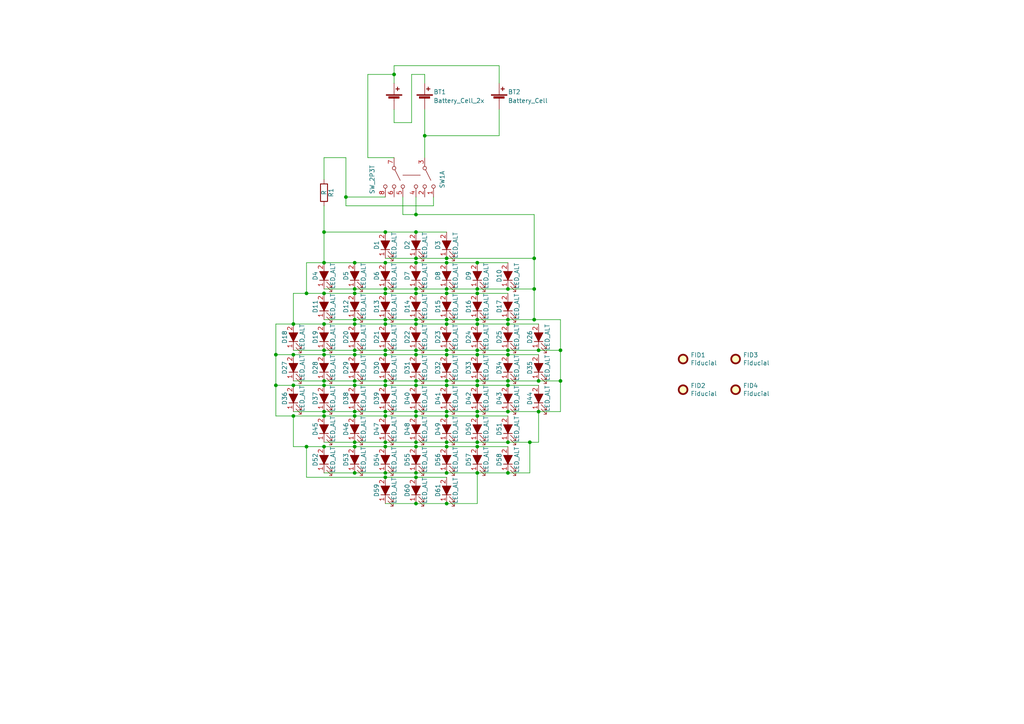
<source format=kicad_sch>
(kicad_sch (version 20211123) (generator eeschema)
  (paper "A4")
  (lib_symbols
    (symbol "BitBadge-rescue:Battery_Cell" (pin_numbers hide) (pin_names (offset 0) hide)
      (property "Reference" "BT" (at 2.54 2.54 0))
      (property "Value" "Battery_Cell" (at 2.54 0 0))
      (symbol "Battery_Cell_0_1"
        (rectangle (start -2.286 1.778) (end 2.286 1.524) (fill (type outline)))
        (rectangle (start -1.5748 1.1938) (end 1.4732 0.6858) (fill (type outline)))
        (polyline (pts (xy 0 0.762) (xy 0 0)))
        (polyline (pts (xy 0 1.778) (xy 0 2.54)))
        (polyline (pts (xy 0.508 3.429) (xy 1.524 3.429)) (stroke (width 0.254)))
        (polyline (pts (xy 1.016 3.937) (xy 1.016 2.921)) (stroke (width 0.254)))
      )
      (symbol "Battery_Cell_1_1"
        (pin passive line (at 0 5.08 270) (length 2.54) (name "+") (number "1"))
        (pin passive line (at 0 -2.54 90) (length 2.54) (name "-") (number "2"))
      )
    )
    (symbol "BitBadge-rescue:LED_ALT" (pin_names (offset 1.016) hide)
      (property "Reference" "D" (at 0 2.54 0))
      (property "Value" "LED_ALT" (at 0 -2.54 0))
      (symbol "LED_ALT_0_1"
        (polyline (pts (xy -1.27 -1.27) (xy -1.27 1.27)) (stroke (width 0.2032)))
        (polyline (pts (xy -1.27 0) (xy 1.27 0)))
        (polyline (pts (xy 1.27 -1.27) (xy 1.27 1.27) (xy -1.27 0) (xy 1.27 -1.27)) (stroke (width 0.2032)) (fill (type outline)))
        (polyline (pts (xy -3.048 -0.762) (xy -4.572 -2.286) (xy -3.81 -2.286) (xy -4.572 -2.286) (xy -4.572 -1.524)))
        (polyline (pts (xy -1.778 -0.762) (xy -3.302 -2.286) (xy -2.54 -2.286) (xy -3.302 -2.286) (xy -3.302 -1.524)))
      )
      (symbol "LED_ALT_1_1"
        (pin passive line (at -3.81 0 0) (length 2.54) (name "K") (number "1"))
        (pin passive line (at 3.81 0 180) (length 2.54) (name "A") (number "2"))
      )
    )
    (symbol "BitBadge-rescue:R" (pin_numbers hide) (pin_names (offset 0))
      (property "Reference" "R" (at 2.032 0 90))
      (property "Value" "R" (at 0 0 90))
      (symbol "R_0_1"
        (rectangle (start -1.016 -2.54) (end 1.016 2.54) (stroke (width 0.254)))
      )
      (symbol "R_1_1"
        (pin passive line (at 0 3.81 270) (length 1.27) (name "~") (number "1"))
        (pin passive line (at 0 -3.81 90) (length 1.27) (name "~") (number "2"))
      )
    )
    (symbol "GaudiLabsPartsLibrary:Battery_Cell_2x" (pin_numbers hide) (pin_names (offset 0) hide)
      (property "Reference" "BT" (at 2.54 2.54 0))
      (property "Value" "Battery_Cell_2x" (at 2.54 0 0))
      (symbol "Battery_Cell_2x_0_1"
        (rectangle (start -11.176 1.778) (end -6.604 1.524) (fill (type outline)))
        (rectangle (start -10.4648 1.1938) (end -7.4168 0.6858) (fill (type outline)))
        (rectangle (start -2.286 1.778) (end 2.286 1.524) (fill (type outline)))
        (rectangle (start -1.5748 1.1938) (end 1.4732 0.6858) (fill (type outline)))
        (polyline (pts (xy -8.89 0.762) (xy -8.89 0)))
        (polyline (pts (xy -8.89 1.778) (xy -8.89 2.54)))
        (polyline (pts (xy -8.382 3.429) (xy -7.366 3.429)) (stroke (width 0.254)))
        (polyline (pts (xy -7.874 3.937) (xy -7.874 2.921)) (stroke (width 0.254)))
        (polyline (pts (xy 0 0.762) (xy 0 0)))
        (polyline (pts (xy 0 1.778) (xy 0 2.54)))
        (polyline (pts (xy 0.508 3.429) (xy 1.524 3.429)) (stroke (width 0.254)))
        (polyline (pts (xy 1.016 3.937) (xy 1.016 2.921)) (stroke (width 0.254)))
      )
      (symbol "Battery_Cell_2x_1_1"
        (pin passive line (at -8.89 5.08 270) (length 2.54) (name "+") (number "1"))
        (pin passive line (at -8.89 -2.54 90) (length 2.54) (name "-") (number "2"))
        (pin passive line (at 0 5.08 270) (length 2.54) (name "+") (number "3"))
        (pin passive line (at 0 -2.54 90) (length 2.54) (name "-") (number "4"))
      )
    )
    (symbol "GaudiLabsPartsLibrary:SW_2P3T" (pin_names (offset 0) hide)
      (property "Reference" "SW" (at 1.27 12.7 0))
      (property "Value" "SW_2P3T" (at 1.27 -7.62 0))
      (symbol "SW_2P3T_0_0"
        (circle (center -2.032 -1.27) (radius 0.508))
        (circle (center -2.032 7.62) (radius 0.508))
        (polyline (pts (xy -1.524 -1.016) (xy 1.524 0.508)))
        (polyline (pts (xy -1.524 7.874) (xy 1.524 9.398)))
        (circle (center 3.302 -3.81) (radius 0.508))
        (circle (center 3.302 -1.27) (radius 0.508))
        (circle (center 3.302 1.27) (radius 0.508))
        (circle (center 3.302 5.08) (radius 0.508))
        (circle (center 3.302 7.62) (radius 0.508))
        (circle (center 3.302 10.16) (radius 0.508))
      )
      (symbol "SW_2P3T_0_1"
        (polyline (pts (xy 0 6.35) (xy 0 1.27)))
      )
      (symbol "SW_2P3T_1_1"
        (pin passive line (at 6.35 10.16 180) (length 2.54) (name "1") (number "1"))
        (pin passive line (at 6.35 7.62 180) (length 2.54) (name "B") (number "2"))
        (pin passive line (at -5.08 7.62 0) (length 2.54) (name "3") (number "3"))
        (pin passive line (at 6.35 5.08 180) (length 2.54) (name "4") (number "4"))
        (pin passive line (at 6.35 1.27 180) (length 2.54) (name "5") (number "5"))
        (pin passive line (at 6.35 -1.27 180) (length 2.54) (name "6") (number "6"))
        (pin passive line (at -5.08 -1.27 0) (length 2.54) (name "7") (number "7"))
        (pin passive line (at 6.35 -3.81 180) (length 2.54) (name "8") (number "8"))
      )
      (symbol "SW_2P3T_2_1"
        (pin passive line (at -5.08 7.62 0) (length 2.54) (name "3") (number "3"))
        (pin passive line (at -5.08 -1.27 0) (length 2.54) (name "7") (number "3"))
        (pin passive line (at 6.35 10.16 180) (length 2.54) (name "1") (number "4"))
        (pin passive line (at 6.35 5.08 180) (length 2.54) (name "4") (number "4"))
        (pin passive line (at 6.35 1.27 180) (length 2.54) (name "5") (number "4"))
        (pin passive line (at 6.35 -1.27 180) (length 2.54) (name "6") (number "4"))
        (pin passive line (at 6.35 -3.81 180) (length 2.54) (name "8") (number "4"))
        (pin input line (at 6.35 7.62 180) (length 2.54) (name "B") (number "4"))
      )
    )
    (symbol "Mechanical:Fiducial"
      (property "Reference" "FID" (at 0 5.08 0))
      (property "Value" "Fiducial" (at 0 3.175 0))
      (symbol "Fiducial_0_1"
        (circle (center 0 0) (radius 1.27) (stroke (width 0.508)) (fill (type background)))
      )
    )
  )
  (junction (at 120.65 137.16))
  (junction (at 120.65 120.65))
  (junction (at 156.21 119.38))
  (junction (at 154.94 74.93))
  (junction (at 111.76 138.43))
  (junction (at 138.43 93.98))
  (junction (at 129.54 120.65))
  (junction (at 100.33 57.15))
  (junction (at 138.43 101.6))
  (junction (at 93.98 110.49))
  (junction (at 147.32 110.49))
  (junction (at 138.43 76.2))
  (junction (at 120.65 74.93))
  (junction (at 138.43 83.82))
  (junction (at 93.98 67.31))
  (junction (at 102.87 128.27))
  (junction (at 138.43 92.71))
  (junction (at 120.65 62.23))
  (junction (at 120.65 93.98))
  (junction (at 85.09 111.76))
  (junction (at 88.9 85.09))
  (junction (at 85.09 120.65))
  (junction (at 120.65 128.27))
  (junction (at 102.87 85.09))
  (junction (at 147.32 102.87))
  (junction (at 138.43 110.49))
  (junction (at 120.65 110.49))
  (junction (at 129.54 74.93))
  (junction (at 138.43 137.16))
  (junction (at 88.9 129.54))
  (junction (at 147.32 111.76))
  (junction (at 93.98 93.98))
  (junction (at 138.43 120.65))
  (junction (at 120.65 76.2))
  (junction (at 129.54 85.09))
  (junction (at 138.43 85.09))
  (junction (at 111.76 128.27))
  (junction (at 93.98 111.76))
  (junction (at 111.76 137.16))
  (junction (at 129.54 128.27))
  (junction (at 120.65 85.09))
  (junction (at 111.76 111.76))
  (junction (at 93.98 119.38))
  (junction (at 154.94 92.71))
  (junction (at 85.09 102.87))
  (junction (at 120.65 129.54))
  (junction (at 147.32 137.16))
  (junction (at 129.54 101.6))
  (junction (at 138.43 128.27))
  (junction (at 93.98 120.65))
  (junction (at 93.98 76.2))
  (junction (at 93.98 102.87))
  (junction (at 138.43 111.76))
  (junction (at 138.43 129.54))
  (junction (at 102.87 119.38))
  (junction (at 102.87 110.49))
  (junction (at 120.65 119.38))
  (junction (at 120.65 146.05))
  (junction (at 102.87 83.82))
  (junction (at 129.54 92.71))
  (junction (at 120.65 67.31))
  (junction (at 120.65 102.87))
  (junction (at 156.21 101.6))
  (junction (at 111.76 67.31))
  (junction (at 147.32 93.98))
  (junction (at 162.56 101.6))
  (junction (at 120.65 92.71))
  (junction (at 156.21 110.49))
  (junction (at 102.87 92.71))
  (junction (at 154.94 83.82))
  (junction (at 102.87 76.2))
  (junction (at 80.01 102.87))
  (junction (at 129.54 76.2))
  (junction (at 162.56 110.49))
  (junction (at 123.19 39.37))
  (junction (at 114.3 21.59))
  (junction (at 111.76 129.54))
  (junction (at 111.76 83.82))
  (junction (at 102.87 120.65))
  (junction (at 147.32 92.71))
  (junction (at 120.65 83.82))
  (junction (at 147.32 119.38))
  (junction (at 93.98 129.54))
  (junction (at 85.09 93.98))
  (junction (at 102.87 102.87))
  (junction (at 111.76 85.09))
  (junction (at 129.54 129.54))
  (junction (at 147.32 128.27))
  (junction (at 111.76 92.71))
  (junction (at 102.87 137.16))
  (junction (at 120.65 138.43))
  (junction (at 120.65 111.76))
  (junction (at 111.76 101.6))
  (junction (at 102.87 111.76))
  (junction (at 111.76 120.65))
  (junction (at 129.54 93.98))
  (junction (at 102.87 101.6))
  (junction (at 129.54 119.38))
  (junction (at 111.76 76.2))
  (junction (at 111.76 110.49))
  (junction (at 129.54 146.05))
  (junction (at 138.43 119.38))
  (junction (at 153.67 128.27))
  (junction (at 111.76 93.98))
  (junction (at 111.76 102.87))
  (junction (at 129.54 137.16))
  (junction (at 138.43 102.87))
  (junction (at 93.98 101.6))
  (junction (at 93.98 85.09))
  (junction (at 129.54 111.76))
  (junction (at 102.87 129.54))
  (junction (at 147.32 83.82))
  (junction (at 129.54 102.87))
  (junction (at 129.54 83.82))
  (junction (at 111.76 119.38))
  (junction (at 102.87 93.98))
  (junction (at 129.54 110.49))
  (junction (at 120.65 101.6))
  (junction (at 147.32 101.6))
  (junction (at 80.01 111.76))
  (wire (pts (xy 129.54 83.82) (xy 120.65 83.82)))
  (wire (pts (xy 80.01 93.98) (xy 85.09 93.98)))
  (wire (pts (xy 111.76 101.6) (xy 120.65 101.6)))
  (wire (pts (xy 93.98 93.98) (xy 102.87 93.98)))
  (wire (pts (xy 154.94 92.71) (xy 162.56 92.71)))
  (wire (pts (xy 153.67 137.16) (xy 153.67 128.27)))
  (wire (pts (xy 93.98 120.65) (xy 102.87 120.65)))
  (wire (pts (xy 123.19 39.37) (xy 123.19 45.72)))
  (wire (pts (xy 102.87 85.09) (xy 111.76 85.09)))
  (wire (pts (xy 111.76 74.93) (xy 120.65 74.93)))
  (wire (pts (xy 85.09 129.54) (xy 88.9 129.54)))
  (wire (pts (xy 162.56 110.49) (xy 156.21 110.49)))
  (wire (pts (xy 93.98 67.31) (xy 111.76 67.31)))
  (wire (pts (xy 154.94 83.82) (xy 154.94 92.71)))
  (wire (pts (xy 93.98 110.49) (xy 85.09 110.49)))
  (wire (pts (xy 138.43 137.16) (xy 147.32 137.16)))
  (wire (pts (xy 88.9 76.2) (xy 93.98 76.2)))
  (wire (pts (xy 111.76 128.27) (xy 120.65 128.27)))
  (wire (pts (xy 138.43 101.6) (xy 147.32 101.6)))
  (wire (pts (xy 93.98 128.27) (xy 102.87 128.27)))
  (wire (pts (xy 111.76 83.82) (xy 102.87 83.82)))
  (wire (pts (xy 120.65 83.82) (xy 111.76 83.82)))
  (wire (pts (xy 147.32 119.38) (xy 138.43 119.38)))
  (wire (pts (xy 147.32 110.49) (xy 138.43 110.49)))
  (wire (pts (xy 93.98 102.87) (xy 102.87 102.87)))
  (wire (pts (xy 102.87 120.65) (xy 111.76 120.65)))
  (wire (pts (xy 162.56 110.49) (xy 162.56 119.38)))
  (wire (pts (xy 100.33 57.15) (xy 100.33 59.69)))
  (wire (pts (xy 102.87 93.98) (xy 111.76 93.98)))
  (wire (pts (xy 138.43 102.87) (xy 147.32 102.87)))
  (wire (pts (xy 129.54 120.65) (xy 138.43 120.65)))
  (wire (pts (xy 80.01 102.87) (xy 80.01 111.76)))
  (wire (pts (xy 120.65 85.09) (xy 129.54 85.09)))
  (wire (pts (xy 120.65 101.6) (xy 129.54 101.6)))
  (wire (pts (xy 147.32 137.16) (xy 153.67 137.16)))
  (wire (pts (xy 129.54 110.49) (xy 120.65 110.49)))
  (wire (pts (xy 138.43 128.27) (xy 147.32 128.27)))
  (wire (pts (xy 156.21 101.6) (xy 162.56 101.6)))
  (wire (pts (xy 147.32 92.71) (xy 154.94 92.71)))
  (wire (pts (xy 93.98 92.71) (xy 102.87 92.71)))
  (wire (pts (xy 111.76 137.16) (xy 120.65 137.16)))
  (wire (pts (xy 93.98 76.2) (xy 102.87 76.2)))
  (wire (pts (xy 138.43 85.09) (xy 147.32 85.09)))
  (wire (pts (xy 162.56 119.38) (xy 156.21 119.38)))
  (wire (pts (xy 138.43 76.2) (xy 147.32 76.2)))
  (wire (pts (xy 85.09 120.65) (xy 93.98 120.65)))
  (wire (pts (xy 116.84 62.23) (xy 120.65 62.23)))
  (wire (pts (xy 88.9 138.43) (xy 111.76 138.43)))
  (wire (pts (xy 138.43 146.05) (xy 138.43 137.16)))
  (wire (pts (xy 120.65 111.76) (xy 129.54 111.76)))
  (wire (pts (xy 147.32 128.27) (xy 153.67 128.27)))
  (wire (pts (xy 120.65 74.93) (xy 129.54 74.93)))
  (wire (pts (xy 93.98 45.72) (xy 93.98 52.07)))
  (wire (pts (xy 120.65 57.15) (xy 120.65 62.23)))
  (wire (pts (xy 129.54 129.54) (xy 138.43 129.54)))
  (wire (pts (xy 111.76 138.43) (xy 120.65 138.43)))
  (wire (pts (xy 93.98 85.09) (xy 102.87 85.09)))
  (wire (pts (xy 106.68 45.72) (xy 114.3 45.72)))
  (wire (pts (xy 102.87 110.49) (xy 93.98 110.49)))
  (wire (pts (xy 114.3 21.59) (xy 114.3 24.13)))
  (wire (pts (xy 80.01 111.76) (xy 85.09 111.76)))
  (wire (pts (xy 120.65 119.38) (xy 111.76 119.38)))
  (wire (pts (xy 111.76 85.09) (xy 120.65 85.09)))
  (wire (pts (xy 119.38 21.59) (xy 123.19 21.59)))
  (wire (pts (xy 100.33 45.72) (xy 93.98 45.72)))
  (wire (pts (xy 106.68 21.59) (xy 114.3 21.59)))
  (wire (pts (xy 111.76 120.65) (xy 120.65 120.65)))
  (wire (pts (xy 114.3 19.05) (xy 114.3 21.59)))
  (wire (pts (xy 138.43 93.98) (xy 147.32 93.98)))
  (wire (pts (xy 111.76 102.87) (xy 120.65 102.87)))
  (wire (pts (xy 120.65 128.27) (xy 129.54 128.27)))
  (wire (pts (xy 80.01 93.98) (xy 80.01 102.87)))
  (wire (pts (xy 123.19 21.59) (xy 123.19 24.13)))
  (wire (pts (xy 111.76 92.71) (xy 120.65 92.71)))
  (wire (pts (xy 93.98 119.38) (xy 85.09 119.38)))
  (wire (pts (xy 102.87 83.82) (xy 93.98 83.82)))
  (wire (pts (xy 111.76 111.76) (xy 120.65 111.76)))
  (wire (pts (xy 111.76 67.31) (xy 120.65 67.31)))
  (wire (pts (xy 129.54 85.09) (xy 138.43 85.09)))
  (wire (pts (xy 120.65 146.05) (xy 129.54 146.05)))
  (wire (pts (xy 138.43 83.82) (xy 129.54 83.82)))
  (wire (pts (xy 147.32 102.87) (xy 156.21 102.87)))
  (wire (pts (xy 85.09 85.09) (xy 85.09 93.98)))
  (wire (pts (xy 120.65 62.23) (xy 154.94 62.23)))
  (wire (pts (xy 85.09 129.54) (xy 85.09 120.65)))
  (wire (pts (xy 154.94 62.23) (xy 154.94 74.93)))
  (wire (pts (xy 111.76 129.54) (xy 120.65 129.54)))
  (wire (pts (xy 102.87 101.6) (xy 111.76 101.6)))
  (wire (pts (xy 120.65 76.2) (xy 129.54 76.2)))
  (wire (pts (xy 102.87 111.76) (xy 111.76 111.76)))
  (wire (pts (xy 120.65 138.43) (xy 129.54 138.43)))
  (wire (pts (xy 125.73 57.15) (xy 125.73 59.69)))
  (wire (pts (xy 120.65 93.98) (xy 129.54 93.98)))
  (wire (pts (xy 120.65 102.87) (xy 129.54 102.87)))
  (wire (pts (xy 114.3 31.75) (xy 114.3 35.56)))
  (wire (pts (xy 153.67 128.27) (xy 156.21 128.27)))
  (wire (pts (xy 129.54 119.38) (xy 120.65 119.38)))
  (wire (pts (xy 129.54 102.87) (xy 138.43 102.87)))
  (wire (pts (xy 88.9 85.09) (xy 88.9 76.2)))
  (wire (pts (xy 120.65 120.65) (xy 129.54 120.65)))
  (wire (pts (xy 100.33 45.72) (xy 100.33 57.15)))
  (wire (pts (xy 93.98 137.16) (xy 102.87 137.16)))
  (wire (pts (xy 154.94 83.82) (xy 147.32 83.82)))
  (wire (pts (xy 93.98 101.6) (xy 102.87 101.6)))
  (wire (pts (xy 102.87 137.16) (xy 111.76 137.16)))
  (wire (pts (xy 111.76 76.2) (xy 120.65 76.2)))
  (wire (pts (xy 85.09 101.6) (xy 93.98 101.6)))
  (wire (pts (xy 147.32 101.6) (xy 156.21 101.6)))
  (wire (pts (xy 123.19 31.75) (xy 123.19 39.37)))
  (wire (pts (xy 156.21 128.27) (xy 156.21 119.38)))
  (wire (pts (xy 144.78 31.75) (xy 144.78 39.37)))
  (wire (pts (xy 88.9 129.54) (xy 93.98 129.54)))
  (wire (pts (xy 129.54 146.05) (xy 138.43 146.05)))
  (wire (pts (xy 116.84 57.15) (xy 116.84 62.23)))
  (wire (pts (xy 85.09 111.76) (xy 93.98 111.76)))
  (wire (pts (xy 111.76 93.98) (xy 120.65 93.98)))
  (wire (pts (xy 147.32 93.98) (xy 156.21 93.98)))
  (wire (pts (xy 102.87 102.87) (xy 111.76 102.87)))
  (wire (pts (xy 120.65 129.54) (xy 129.54 129.54)))
  (wire (pts (xy 111.76 119.38) (xy 102.87 119.38)))
  (wire (pts (xy 114.3 19.05) (xy 144.78 19.05)))
  (wire (pts (xy 129.54 74.93) (xy 154.94 74.93)))
  (wire (pts (xy 93.98 129.54) (xy 102.87 129.54)))
  (wire (pts (xy 120.65 137.16) (xy 129.54 137.16)))
  (wire (pts (xy 102.87 129.54) (xy 111.76 129.54)))
  (wire (pts (xy 102.87 119.38) (xy 93.98 119.38)))
  (wire (pts (xy 138.43 129.54) (xy 147.32 129.54)))
  (wire (pts (xy 120.65 92.71) (xy 129.54 92.71)))
  (wire (pts (xy 93.98 67.31) (xy 93.98 76.2)))
  (wire (pts (xy 138.43 120.65) (xy 147.32 120.65)))
  (wire (pts (xy 147.32 111.76) (xy 156.21 111.76)))
  (wire (pts (xy 93.98 111.76) (xy 102.87 111.76)))
  (wire (pts (xy 138.43 110.49) (xy 129.54 110.49)))
  (wire (pts (xy 138.43 119.38) (xy 129.54 119.38)))
  (wire (pts (xy 111.76 110.49) (xy 102.87 110.49)))
  (wire (pts (xy 102.87 92.71) (xy 111.76 92.71)))
  (wire (pts (xy 154.94 74.93) (xy 154.94 83.82)))
  (wire (pts (xy 156.21 110.49) (xy 147.32 110.49)))
  (wire (pts (xy 129.54 101.6) (xy 138.43 101.6)))
  (wire (pts (xy 129.54 93.98) (xy 138.43 93.98)))
  (wire (pts (xy 80.01 111.76) (xy 80.01 120.65)))
  (wire (pts (xy 147.32 83.82) (xy 138.43 83.82)))
  (wire (pts (xy 80.01 102.87) (xy 85.09 102.87)))
  (wire (pts (xy 144.78 39.37) (xy 123.19 39.37)))
  (wire (pts (xy 102.87 76.2) (xy 111.76 76.2)))
  (wire (pts (xy 93.98 59.69) (xy 93.98 67.31)))
  (wire (pts (xy 129.54 76.2) (xy 138.43 76.2)))
  (wire (pts (xy 85.09 102.87) (xy 93.98 102.87)))
  (wire (pts (xy 85.09 85.09) (xy 88.9 85.09)))
  (wire (pts (xy 138.43 111.76) (xy 147.32 111.76)))
  (wire (pts (xy 106.68 45.72) (xy 106.68 21.59)))
  (wire (pts (xy 80.01 120.65) (xy 85.09 120.65)))
  (wire (pts (xy 102.87 128.27) (xy 111.76 128.27)))
  (wire (pts (xy 129.54 137.16) (xy 138.43 137.16)))
  (wire (pts (xy 138.43 92.71) (xy 147.32 92.71)))
  (wire (pts (xy 129.54 128.27) (xy 138.43 128.27)))
  (wire (pts (xy 162.56 101.6) (xy 162.56 110.49)))
  (wire (pts (xy 88.9 85.09) (xy 93.98 85.09)))
  (wire (pts (xy 144.78 19.05) (xy 144.78 24.13)))
  (wire (pts (xy 88.9 138.43) (xy 88.9 129.54)))
  (wire (pts (xy 120.65 110.49) (xy 111.76 110.49)))
  (wire (pts (xy 111.76 57.15) (xy 100.33 57.15)))
  (wire (pts (xy 162.56 92.71) (xy 162.56 101.6)))
  (wire (pts (xy 156.21 119.38) (xy 147.32 119.38)))
  (wire (pts (xy 129.54 111.76) (xy 138.43 111.76)))
  (wire (pts (xy 120.65 67.31) (xy 129.54 67.31)))
  (wire (pts (xy 85.09 93.98) (xy 93.98 93.98)))
  (wire (pts (xy 129.54 92.71) (xy 138.43 92.71)))
  (wire (pts (xy 111.76 146.05) (xy 120.65 146.05)))
  (wire (pts (xy 114.3 35.56) (xy 119.38 35.56)))
  (wire (pts (xy 119.38 35.56) (xy 119.38 21.59)))
  (wire (pts (xy 125.73 59.69) (xy 100.33 59.69)))
  (symbol (lib_id "GaudiLabsPartsLibrary:Battery_Cell_2x") (at 123.19 29.21 0) (unit 1)
    (property "Reference" "BT1" (at 125.73 26.67 0) (effects (justify left)))
    (property "Value" "Battery_Cell_2x" (at 125.73 29.21 0) (effects (justify left)))
    (property "Footprint" "GaudiLabsFootPrints:BAT_HOLDER_AAA_DOUBLE_BITBADGE" (effects hide))
  )
  (symbol (lib_id "BitBadge-rescue:LED_ALT") (at 93.98 80.01 90) (unit 1)
    (property "Reference" "D4" (at 91.44 80.01 0))
    (property "Value" "LED_ALT" (at 96.52 80.01 0))
    (property "Footprint" "GaudiLabsFootPrints:TopLed_BitBadge_blink" (effects hide))
  )
  (symbol (lib_id "BitBadge-rescue:LED_ALT") (at 102.87 80.01 90) (unit 1)
    (property "Reference" "D5" (at 100.33 80.01 0))
    (property "Value" "LED_ALT" (at 105.41 80.01 0))
    (property "Footprint" "GaudiLabsFootPrints:TopLed_BitBadge_blink" (effects hide))
  )
  (symbol (lib_id "BitBadge-rescue:LED_ALT") (at 111.76 80.01 90) (unit 1)
    (property "Reference" "D6" (at 109.22 80.01 0))
    (property "Value" "LED_ALT" (at 114.3 80.01 0))
    (property "Footprint" "GaudiLabsFootPrints:TopLed_BitBadge_blink" (effects hide))
  )
  (symbol (lib_id "BitBadge-rescue:LED_ALT") (at 120.65 80.01 90) (unit 1)
    (property "Reference" "D7" (at 118.11 80.01 0))
    (property "Value" "LED_ALT" (at 123.19 80.01 0))
    (property "Footprint" "GaudiLabsFootPrints:TopLed_BitBadge_blink" (effects hide))
  )
  (symbol (lib_id "BitBadge-rescue:LED_ALT") (at 129.54 80.01 90) (unit 1)
    (property "Reference" "D8" (at 127 80.01 0))
    (property "Value" "LED_ALT" (at 132.08 80.01 0))
    (property "Footprint" "GaudiLabsFootPrints:TopLed_BitBadge_blink" (effects hide))
  )
  (symbol (lib_id "BitBadge-rescue:LED_ALT") (at 138.43 80.01 90) (unit 1)
    (property "Reference" "D9" (at 135.89 80.01 0))
    (property "Value" "LED_ALT" (at 140.97 80.01 0))
    (property "Footprint" "GaudiLabsFootPrints:TopLed_BitBadge_blink" (effects hide))
  )
  (symbol (lib_id "BitBadge-rescue:LED_ALT") (at 111.76 71.12 90) (unit 1)
    (property "Reference" "D1" (at 109.22 71.12 0))
    (property "Value" "LED_ALT" (at 114.3 71.12 0))
    (property "Footprint" "GaudiLabsFootPrints:TopLed_BitBadge_blink" (effects hide))
  )
  (symbol (lib_id "BitBadge-rescue:LED_ALT") (at 120.65 71.12 90) (unit 1)
    (property "Reference" "D2" (at 118.11 71.12 0))
    (property "Value" "LED_ALT" (at 123.19 71.12 0))
    (property "Footprint" "GaudiLabsFootPrints:TopLed_BitBadge_blink" (effects hide))
  )
  (symbol (lib_id "BitBadge-rescue:LED_ALT") (at 129.54 71.12 90) (unit 1)
    (property "Reference" "D3" (at 127 71.12 0))
    (property "Value" "LED_ALT" (at 132.08 71.12 0))
    (property "Footprint" "GaudiLabsFootPrints:TopLed_BitBadge_blink" (effects hide))
  )
  (symbol (lib_id "BitBadge-rescue:LED_ALT") (at 147.32 80.01 90) (unit 1)
    (property "Reference" "D10" (at 144.78 80.01 0))
    (property "Value" "LED_ALT" (at 149.86 80.01 0))
    (property "Footprint" "GaudiLabsFootPrints:TopLed_BitBadge_blink" (effects hide))
  )
  (symbol (lib_id "BitBadge-rescue:LED_ALT") (at 93.98 88.9 90) (unit 1)
    (property "Reference" "D11" (at 91.44 88.9 0))
    (property "Value" "LED_ALT" (at 96.52 88.9 0))
    (property "Footprint" "GaudiLabsFootPrints:TopLed_BitBadge_blink" (effects hide))
  )
  (symbol (lib_id "BitBadge-rescue:LED_ALT") (at 102.87 88.9 90) (unit 1)
    (property "Reference" "D12" (at 100.33 88.9 0))
    (property "Value" "LED_ALT" (at 105.41 88.9 0))
    (property "Footprint" "GaudiLabsFootPrints:TopLed_BitBadge_blink" (effects hide))
  )
  (symbol (lib_id "BitBadge-rescue:LED_ALT") (at 111.76 88.9 90) (unit 1)
    (property "Reference" "D13" (at 109.22 88.9 0))
    (property "Value" "LED_ALT" (at 114.3 88.9 0))
    (property "Footprint" "GaudiLabsFootPrints:TopLed_BitBadge_blink" (effects hide))
  )
  (symbol (lib_id "BitBadge-rescue:LED_ALT") (at 120.65 88.9 90) (unit 1)
    (property "Reference" "D14" (at 118.11 88.9 0))
    (property "Value" "LED_ALT" (at 123.19 88.9 0))
    (property "Footprint" "GaudiLabsFootPrints:TopLed_BitBadge_blink" (effects hide))
  )
  (symbol (lib_id "BitBadge-rescue:LED_ALT") (at 129.54 88.9 90) (unit 1)
    (property "Reference" "D15" (at 127 88.9 0))
    (property "Value" "LED_ALT" (at 132.08 88.9 0))
    (property "Footprint" "GaudiLabsFootPrints:TopLed_BitBadge_blink" (effects hide))
  )
  (symbol (lib_id "BitBadge-rescue:LED_ALT") (at 138.43 88.9 90) (unit 1)
    (property "Reference" "D16" (at 135.89 88.9 0))
    (property "Value" "LED_ALT" (at 140.97 88.9 0))
    (property "Footprint" "GaudiLabsFootPrints:TopLed_BitBadge_blink" (effects hide))
  )
  (symbol (lib_id "BitBadge-rescue:LED_ALT") (at 147.32 88.9 90) (unit 1)
    (property "Reference" "D17" (at 144.78 88.9 0))
    (property "Value" "LED_ALT" (at 149.86 88.9 0))
    (property "Footprint" "GaudiLabsFootPrints:TopLed_BitBadge_blink" (effects hide))
  )
  (symbol (lib_id "BitBadge-rescue:LED_ALT") (at 85.09 97.79 90) (unit 1)
    (property "Reference" "D18" (at 82.55 97.79 0))
    (property "Value" "LED_ALT" (at 87.63 97.79 0))
    (property "Footprint" "GaudiLabsFootPrints:TopLed_BitBadge_blink" (effects hide))
  )
  (symbol (lib_id "BitBadge-rescue:LED_ALT") (at 93.98 97.79 90) (unit 1)
    (property "Reference" "D19" (at 91.44 97.79 0))
    (property "Value" "LED_ALT" (at 96.52 97.79 0))
    (property "Footprint" "GaudiLabsFootPrints:TopLed_BitBadge_blink" (effects hide))
  )
  (symbol (lib_id "BitBadge-rescue:LED_ALT") (at 102.87 97.79 90) (unit 1)
    (property "Reference" "D20" (at 100.33 97.79 0))
    (property "Value" "LED_ALT" (at 105.41 97.79 0))
    (property "Footprint" "GaudiLabsFootPrints:TopLed_BitBadge_blink" (effects hide))
  )
  (symbol (lib_id "BitBadge-rescue:LED_ALT") (at 111.76 97.79 90) (unit 1)
    (property "Reference" "D21" (at 109.22 97.79 0))
    (property "Value" "LED_ALT" (at 114.3 97.79 0))
    (property "Footprint" "GaudiLabsFootPrints:TopLed_BitBadge_blink" (effects hide))
  )
  (symbol (lib_id "BitBadge-rescue:LED_ALT") (at 120.65 97.79 90) (unit 1)
    (property "Reference" "D22" (at 118.11 97.79 0))
    (property "Value" "LED_ALT" (at 123.19 97.79 0))
    (property "Footprint" "GaudiLabsFootPrints:TopLed_BitBadge_blink" (effects hide))
  )
  (symbol (lib_id "BitBadge-rescue:LED_ALT") (at 129.54 97.79 90) (unit 1)
    (property "Reference" "D23" (at 127 97.79 0))
    (property "Value" "LED_ALT" (at 132.08 97.79 0))
    (property "Footprint" "GaudiLabsFootPrints:TopLed_BitBadge_blink" (effects hide))
  )
  (symbol (lib_id "BitBadge-rescue:LED_ALT") (at 138.43 97.79 90) (unit 1)
    (property "Reference" "D24" (at 135.89 97.79 0))
    (property "Value" "LED_ALT" (at 140.97 97.79 0))
    (property "Footprint" "GaudiLabsFootPrints:TopLed_BitBadge_blink" (effects hide))
  )
  (symbol (lib_id "BitBadge-rescue:LED_ALT") (at 147.32 97.79 90) (unit 1)
    (property "Reference" "D25" (at 144.78 97.79 0))
    (property "Value" "LED_ALT" (at 149.86 97.79 0))
    (property "Footprint" "GaudiLabsFootPrints:TopLed_BitBadge_blink" (effects hide))
  )
  (symbol (lib_id "BitBadge-rescue:LED_ALT") (at 156.21 97.79 90) (unit 1)
    (property "Reference" "D26" (at 153.67 97.79 0))
    (property "Value" "LED_ALT" (at 158.75 97.79 0))
    (property "Footprint" "GaudiLabsFootPrints:TopLed_BitBadge_blink" (effects hide))
  )
  (symbol (lib_id "BitBadge-rescue:LED_ALT") (at 85.09 106.68 90) (unit 1)
    (property "Reference" "D27" (at 82.55 106.68 0))
    (property "Value" "LED_ALT" (at 87.63 106.68 0))
    (property "Footprint" "GaudiLabsFootPrints:TopLed_BitBadge_blink" (effects hide))
  )
  (symbol (lib_id "BitBadge-rescue:LED_ALT") (at 93.98 106.68 90) (unit 1)
    (property "Reference" "D28" (at 91.44 106.68 0))
    (property "Value" "LED_ALT" (at 96.52 106.68 0))
    (property "Footprint" "GaudiLabsFootPrints:TopLed_BitBadge_blink" (effects hide))
  )
  (symbol (lib_id "BitBadge-rescue:LED_ALT") (at 102.87 106.68 90) (unit 1)
    (property "Reference" "D29" (at 100.33 106.68 0))
    (property "Value" "LED_ALT" (at 105.41 106.68 0))
    (property "Footprint" "GaudiLabsFootPrints:TopLed_BitBadge_blink" (effects hide))
  )
  (symbol (lib_id "BitBadge-rescue:LED_ALT") (at 111.76 106.68 90) (unit 1)
    (property "Reference" "D30" (at 109.22 106.68 0))
    (property "Value" "LED_ALT" (at 114.3 106.68 0))
    (property "Footprint" "GaudiLabsFootPrints:TopLed_BitBadge_blink" (effects hide))
  )
  (symbol (lib_id "BitBadge-rescue:LED_ALT") (at 120.65 106.68 90) (unit 1)
    (property "Reference" "D31" (at 118.11 106.68 0))
    (property "Value" "LED_ALT" (at 123.19 106.68 0))
    (property "Footprint" "GaudiLabsFootPrints:TopLed_BitBadge_blink" (effects hide))
  )
  (symbol (lib_id "BitBadge-rescue:LED_ALT") (at 129.54 106.68 90) (unit 1)
    (property "Reference" "D32" (at 127 106.68 0))
    (property "Value" "LED_ALT" (at 132.08 106.68 0))
    (property "Footprint" "GaudiLabsFootPrints:TopLed_BitBadge_blink" (effects hide))
  )
  (symbol (lib_id "BitBadge-rescue:LED_ALT") (at 138.43 106.68 90) (unit 1)
    (property "Reference" "D33" (at 135.89 106.68 0))
    (property "Value" "LED_ALT" (at 140.97 106.68 0))
    (property "Footprint" "GaudiLabsFootPrints:TopLed_BitBadge_blink" (effects hide))
  )
  (symbol (lib_id "BitBadge-rescue:LED_ALT") (at 147.32 106.68 90) (unit 1)
    (property "Reference" "D34" (at 144.78 106.68 0))
    (property "Value" "LED_ALT" (at 149.86 106.68 0))
    (property "Footprint" "GaudiLabsFootPrints:TopLed_BitBadge_blink" (effects hide))
  )
  (symbol (lib_id "BitBadge-rescue:LED_ALT") (at 156.21 106.68 90) (unit 1)
    (property "Reference" "D35" (at 153.67 106.68 0))
    (property "Value" "LED_ALT" (at 158.75 106.68 0))
    (property "Footprint" "GaudiLabsFootPrints:TopLed_BitBadge_blink" (effects hide))
  )
  (symbol (lib_id "BitBadge-rescue:LED_ALT") (at 85.09 115.57 90) (unit 1)
    (property "Reference" "D36" (at 82.55 115.57 0))
    (property "Value" "LED_ALT" (at 87.63 115.57 0))
    (property "Footprint" "GaudiLabsFootPrints:TopLed_BitBadge_blink" (effects hide))
  )
  (symbol (lib_id "BitBadge-rescue:LED_ALT") (at 93.98 115.57 90) (unit 1)
    (property "Reference" "D37" (at 91.44 115.57 0))
    (property "Value" "LED_ALT" (at 96.52 115.57 0))
    (property "Footprint" "GaudiLabsFootPrints:TopLed_BitBadge_blink" (effects hide))
  )
  (symbol (lib_id "BitBadge-rescue:LED_ALT") (at 102.87 115.57 90) (unit 1)
    (property "Reference" "D38" (at 100.33 115.57 0))
    (property "Value" "LED_ALT" (at 105.41 115.57 0))
    (property "Footprint" "GaudiLabsFootPrints:TopLed_BitBadge_blink" (effects hide))
  )
  (symbol (lib_id "BitBadge-rescue:LED_ALT") (at 111.76 115.57 90) (unit 1)
    (property "Reference" "D39" (at 109.22 115.57 0))
    (property "Value" "LED_ALT" (at 114.3 115.57 0))
    (property "Footprint" "GaudiLabsFootPrints:TopLed_BitBadge_blink" (effects hide))
  )
  (symbol (lib_id "BitBadge-rescue:LED_ALT") (at 120.65 115.57 90) (unit 1)
    (property "Reference" "D40" (at 118.11 115.57 0))
    (property "Value" "LED_ALT" (at 123.19 115.57 0))
    (property "Footprint" "GaudiLabsFootPrints:TopLed_BitBadge_blink" (effects hide))
  )
  (symbol (lib_id "BitBadge-rescue:LED_ALT") (at 129.54 115.57 90) (unit 1)
    (property "Reference" "D41" (at 127 115.57 0))
    (property "Value" "LED_ALT" (at 132.08 115.57 0))
    (property "Footprint" "GaudiLabsFootPrints:TopLed_BitBadge_blink" (effects hide))
  )
  (symbol (lib_id "BitBadge-rescue:LED_ALT") (at 138.43 115.57 90) (unit 1)
    (property "Reference" "D42" (at 135.89 115.57 0))
    (property "Value" "LED_ALT" (at 140.97 115.57 0))
    (property "Footprint" "GaudiLabsFootPrints:TopLed_BitBadge_blink" (effects hide))
  )
  (symbol (lib_id "BitBadge-rescue:LED_ALT") (at 147.32 115.57 90) (unit 1)
    (property "Reference" "D43" (at 144.78 115.57 0))
    (property "Value" "LED_ALT" (at 149.86 115.57 0))
    (property "Footprint" "GaudiLabsFootPrints:TopLed_BitBadge_blink" (effects hide))
  )
  (symbol (lib_id "BitBadge-rescue:LED_ALT") (at 156.21 115.57 90) (unit 1)
    (property "Reference" "D44" (at 153.67 115.57 0))
    (property "Value" "LED_ALT" (at 158.75 115.57 0))
    (property "Footprint" "GaudiLabsFootPrints:TopLed_BitBadge_blink" (effects hide))
  )
  (symbol (lib_id "BitBadge-rescue:LED_ALT") (at 93.98 124.46 90) (unit 1)
    (property "Reference" "D45" (at 91.44 124.46 0))
    (property "Value" "LED_ALT" (at 96.52 124.46 0))
    (property "Footprint" "GaudiLabsFootPrints:TopLed_BitBadge_blink" (effects hide))
  )
  (symbol (lib_id "BitBadge-rescue:LED_ALT") (at 102.87 124.46 90) (unit 1)
    (property "Reference" "D46" (at 100.33 124.46 0))
    (property "Value" "LED_ALT" (at 105.41 124.46 0))
    (property "Footprint" "GaudiLabsFootPrints:TopLed_BitBadge_blink" (effects hide))
  )
  (symbol (lib_id "BitBadge-rescue:LED_ALT") (at 111.76 124.46 90) (unit 1)
    (property "Reference" "D47" (at 109.22 124.46 0))
    (property "Value" "LED_ALT" (at 114.3 124.46 0))
    (property "Footprint" "GaudiLabsFootPrints:TopLed_BitBadge_blink" (effects hide))
  )
  (symbol (lib_id "BitBadge-rescue:LED_ALT") (at 120.65 124.46 90) (unit 1)
    (property "Reference" "D48" (at 118.11 124.46 0))
    (property "Value" "LED_ALT" (at 123.19 124.46 0))
    (property "Footprint" "GaudiLabsFootPrints:TopLed_BitBadge_blink" (effects hide))
  )
  (symbol (lib_id "BitBadge-rescue:LED_ALT") (at 129.54 124.46 90) (unit 1)
    (property "Reference" "D49" (at 127 124.46 0))
    (property "Value" "LED_ALT" (at 132.08 124.46 0))
    (property "Footprint" "GaudiLabsFootPrints:TopLed_BitBadge_blink" (effects hide))
  )
  (symbol (lib_id "BitBadge-rescue:LED_ALT") (at 138.43 124.46 90) (unit 1)
    (property "Reference" "D50" (at 135.89 124.46 0))
    (property "Value" "LED_ALT" (at 140.97 124.46 0))
    (property "Footprint" "GaudiLabsFootPrints:TopLed_BitBadge_blink" (effects hide))
  )
  (symbol (lib_id "BitBadge-rescue:LED_ALT") (at 147.32 124.46 90) (unit 1)
    (property "Reference" "D51" (at 144.78 124.46 0))
    (property "Value" "LED_ALT" (at 149.86 124.46 0))
    (property "Footprint" "GaudiLabsFootPrints:TopLed_BitBadge_blink" (effects hide))
  )
  (symbol (lib_id "BitBadge-rescue:LED_ALT") (at 93.98 133.35 90) (unit 1)
    (property "Reference" "D52" (at 91.44 133.35 0))
    (property "Value" "LED_ALT" (at 96.52 133.35 0))
    (property "Footprint" "GaudiLabsFootPrints:TopLed_BitBadge_blink" (effects hide))
  )
  (symbol (lib_id "BitBadge-rescue:LED_ALT") (at 102.87 133.35 90) (unit 1)
    (property "Reference" "D53" (at 100.33 133.35 0))
    (property "Value" "LED_ALT" (at 105.41 133.35 0))
    (property "Footprint" "GaudiLabsFootPrints:TopLed_BitBadge_blink" (effects hide))
  )
  (symbol (lib_id "BitBadge-rescue:LED_ALT") (at 111.76 133.35 90) (unit 1)
    (property "Reference" "D54" (at 109.22 133.35 0))
    (property "Value" "LED_ALT" (at 114.3 133.35 0))
    (property "Footprint" "GaudiLabsFootPrints:TopLed_BitBadge_blink" (effects hide))
  )
  (symbol (lib_id "BitBadge-rescue:LED_ALT") (at 120.65 133.35 90) (unit 1)
    (property "Reference" "D55" (at 118.11 133.35 0))
    (property "Value" "LED_ALT" (at 123.19 133.35 0))
    (property "Footprint" "GaudiLabsFootPrints:TopLed_BitBadge_blink" (effects hide))
  )
  (symbol (lib_id "BitBadge-rescue:LED_ALT") (at 129.54 133.35 90) (unit 1)
    (property "Reference" "D56" (at 127 133.35 0))
    (property "Value" "LED_ALT" (at 132.08 133.35 0))
    (property "Footprint" "GaudiLabsFootPrints:TopLed_BitBadge_blink" (effects hide))
  )
  (symbol (lib_id "BitBadge-rescue:LED_ALT") (at 138.43 133.35 90) (unit 1)
    (property "Reference" "D57" (at 135.89 133.35 0))
    (property "Value" "LED_ALT" (at 140.97 133.35 0))
    (property "Footprint" "GaudiLabsFootPrints:TopLed_BitBadge_blink" (effects hide))
  )
  (symbol (lib_id "BitBadge-rescue:LED_ALT") (at 147.32 133.35 90) (unit 1)
    (property "Reference" "D58" (at 144.78 133.35 0))
    (property "Value" "LED_ALT" (at 149.86 133.35 0))
    (property "Footprint" "GaudiLabsFootPrints:TopLed_BitBadge_blink" (effects hide))
  )
  (symbol (lib_id "BitBadge-rescue:LED_ALT") (at 111.76 142.24 90) (unit 1)
    (property "Reference" "D59" (at 109.22 142.24 0))
    (property "Value" "LED_ALT" (at 114.3 142.24 0))
    (property "Footprint" "GaudiLabsFootPrints:TopLed_BitBadge_blink" (effects hide))
  )
  (symbol (lib_id "BitBadge-rescue:LED_ALT") (at 120.65 142.24 90) (unit 1)
    (property "Reference" "D60" (at 118.11 142.24 0))
    (property "Value" "LED_ALT" (at 123.19 142.24 0))
    (property "Footprint" "GaudiLabsFootPrints:TopLed_BitBadge_blink" (effects hide))
  )
  (symbol (lib_id "BitBadge-rescue:LED_ALT") (at 129.54 142.24 90) (unit 1)
    (property "Reference" "D61" (at 127 142.24 0))
    (property "Value" "LED_ALT" (at 132.08 142.24 0))
    (property "Footprint" "GaudiLabsFootPrints:TopLed_BitBadge_blink" (effects hide))
  )
  (symbol (lib_id "BitBadge-rescue:Battery_Cell") (at 144.78 29.21 0) (unit 1)
    (property "Reference" "BT2" (at 147.32 26.67 0) (effects (justify left)))
    (property "Value" "Battery_Cell" (at 147.32 29.21 0) (effects (justify left)))
    (property "Footprint" "GaudiLabsFootPrints:CR2032_Holder" (effects hide))
  )
  (symbol (lib_id "BitBadge-rescue:R") (at 93.98 55.88 0) (unit 1)
    (property "Reference" "R1" (at 96.012 55.88 90))
    (property "Value" "R" (at 93.98 55.88 90))
    (property "Footprint" "Resistors_SMD:R_1210_HandSoldering" (effects hide))
  )
  (symbol (lib_id "GaudiLabsPartsLibrary:SW_2P3T") (at 115.57 50.8 270) (unit 1)
    (property "Reference" "SW1" (at 128.27 52.07 0))
    (property "Value" "SW_2P3T" (at 107.95 52.07 0))
    (property "Footprint" "GaudiLabsFootPrints:SWITCH_MSS23D19" (effects hide))
  )
  (symbol (lib_id "Mechanical:Fiducial") (at 198.12 104.14 0) (unit 1)
    (property "Reference" "FID1" (at 200.279 102.9716 0) (effects (justify left)))
    (property "Value" "Fiducial" (at 200.279 105.283 0) (effects (justify left)))
    (property "Footprint" "GaudiLabsFootPrints:Fiducial_1mm_Dia_2.54mm_Outer_CopperBottom" (effects hide))
  )
  (symbol (lib_id "Mechanical:Fiducial") (at 198.12 113.03 0) (unit 1)
    (property "Reference" "FID2" (at 200.279 111.8616 0) (effects (justify left)))
    (property "Value" "Fiducial" (at 200.279 114.173 0) (effects (justify left)))
    (property "Footprint" "GaudiLabsFootPrints:Fiducial_1mm_Dia_2.54mm_Outer_CopperBottom" (effects hide))
  )
  (symbol (lib_id "Mechanical:Fiducial") (at 213.36 104.14 0) (unit 1)
    (property "Reference" "FID3" (at 215.519 102.9716 0) (effects (justify left)))
    (property "Value" "Fiducial" (at 215.519 105.283 0) (effects (justify left)))
    (property "Footprint" "GaudiLabsFootPrints:Fiducial_1mm_Dia_2.54mm_Outer_CopperBottom" (effects hide))
  )
  (symbol (lib_id "Mechanical:Fiducial") (at 213.36 113.03 0) (unit 1)
    (property "Reference" "FID4" (at 215.519 111.8616 0) (effects (justify left)))
    (property "Value" "Fiducial" (at 215.519 114.173 0) (effects (justify left)))
    (property "Footprint" "GaudiLabsFootPrints:Fiducial_1mm_Dia_2.54mm_Outer_CopperBottom" (effects hide))
  )
)
</source>
